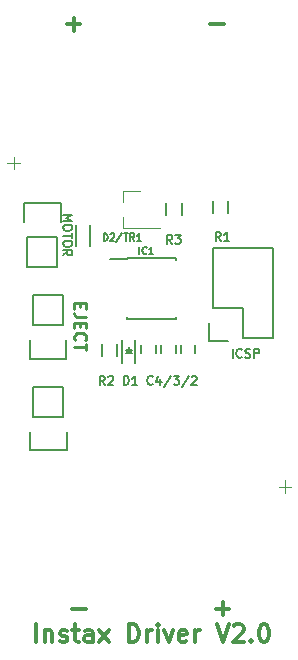
<source format=gbr>
G04 #@! TF.FileFunction,Legend,Top*
%FSLAX46Y46*%
G04 Gerber Fmt 4.6, Leading zero omitted, Abs format (unit mm)*
%MOMM*%
%LPD*%
G01*
G04 APERTURE LIST*
%ADD10C,0.100000*%
%ADD11C,0.187500*%
%ADD12C,0.250000*%
%ADD13C,0.150000*%
%ADD14C,0.375000*%
%ADD15C,0.120000*%
%ADD16C,0.015000*%
G04 APERTURE END LIST*
D10*
D11*
X141252874Y-88863691D02*
X142002874Y-88863691D01*
X141467160Y-89113691D01*
X142002874Y-89363691D01*
X141252874Y-89363691D01*
X142002874Y-89863692D02*
X142002874Y-90006549D01*
X141967160Y-90077977D01*
X141895731Y-90149406D01*
X141752874Y-90185120D01*
X141502874Y-90185120D01*
X141360017Y-90149406D01*
X141288589Y-90077977D01*
X141252874Y-90006549D01*
X141252874Y-89863692D01*
X141288589Y-89792263D01*
X141360017Y-89720834D01*
X141502874Y-89685120D01*
X141752874Y-89685120D01*
X141895731Y-89720834D01*
X141967160Y-89792263D01*
X142002874Y-89863692D01*
X142002874Y-90399406D02*
X142002874Y-90827977D01*
X141252874Y-90613691D02*
X142002874Y-90613691D01*
X142002874Y-91220835D02*
X142002874Y-91363692D01*
X141967160Y-91435120D01*
X141895731Y-91506549D01*
X141752874Y-91542263D01*
X141502874Y-91542263D01*
X141360017Y-91506549D01*
X141288589Y-91435120D01*
X141252874Y-91363692D01*
X141252874Y-91220835D01*
X141288589Y-91149406D01*
X141360017Y-91077977D01*
X141502874Y-91042263D01*
X141752874Y-91042263D01*
X141895731Y-91077977D01*
X141967160Y-91149406D01*
X142002874Y-91220835D01*
X141252874Y-92292263D02*
X141610017Y-92042263D01*
X141252874Y-91863691D02*
X142002874Y-91863691D01*
X142002874Y-92149406D01*
X141967160Y-92220834D01*
X141931446Y-92256549D01*
X141860017Y-92292263D01*
X141752874Y-92292263D01*
X141681446Y-92256549D01*
X141645731Y-92220834D01*
X141610017Y-92149406D01*
X141610017Y-91863691D01*
D12*
X142720229Y-96320128D02*
X142720229Y-96653462D01*
X142196419Y-96796319D02*
X142196419Y-96320128D01*
X143196419Y-96320128D01*
X143196419Y-96796319D01*
X143196419Y-97510605D02*
X142482133Y-97510605D01*
X142339276Y-97462985D01*
X142244038Y-97367747D01*
X142196419Y-97224890D01*
X142196419Y-97129652D01*
X142720229Y-97986795D02*
X142720229Y-98320129D01*
X142196419Y-98462986D02*
X142196419Y-97986795D01*
X143196419Y-97986795D01*
X143196419Y-98462986D01*
X142291657Y-99462986D02*
X142244038Y-99415367D01*
X142196419Y-99272510D01*
X142196419Y-99177272D01*
X142244038Y-99034414D01*
X142339276Y-98939176D01*
X142434514Y-98891557D01*
X142624990Y-98843938D01*
X142767848Y-98843938D01*
X142958324Y-98891557D01*
X143053562Y-98939176D01*
X143148800Y-99034414D01*
X143196419Y-99177272D01*
X143196419Y-99272510D01*
X143148800Y-99415367D01*
X143101181Y-99462986D01*
X143196419Y-99748700D02*
X143196419Y-100320129D01*
X142196419Y-100034414D02*
X143196419Y-100034414D01*
D13*
X147689186Y-92170129D02*
X147689186Y-91570129D01*
X148317757Y-92112986D02*
X148289186Y-92141557D01*
X148203472Y-92170129D01*
X148146329Y-92170129D01*
X148060614Y-92141557D01*
X148003472Y-92084414D01*
X147974900Y-92027271D01*
X147946329Y-91912986D01*
X147946329Y-91827271D01*
X147974900Y-91712986D01*
X148003472Y-91655843D01*
X148060614Y-91598700D01*
X148146329Y-91570129D01*
X148203472Y-91570129D01*
X148289186Y-91598700D01*
X148317757Y-91627271D01*
X148889186Y-92170129D02*
X148546329Y-92170129D01*
X148717757Y-92170129D02*
X148717757Y-91570129D01*
X148660614Y-91655843D01*
X148603472Y-91712986D01*
X148546329Y-91741557D01*
X144679091Y-91034749D02*
X144679091Y-90434749D01*
X144821948Y-90434749D01*
X144907663Y-90463320D01*
X144964805Y-90520463D01*
X144993377Y-90577606D01*
X145021948Y-90691891D01*
X145021948Y-90777606D01*
X144993377Y-90891891D01*
X144964805Y-90949034D01*
X144907663Y-91006177D01*
X144821948Y-91034749D01*
X144679091Y-91034749D01*
X145250520Y-90491891D02*
X145279091Y-90463320D01*
X145336234Y-90434749D01*
X145479091Y-90434749D01*
X145536234Y-90463320D01*
X145564805Y-90491891D01*
X145593377Y-90549034D01*
X145593377Y-90606177D01*
X145564805Y-90691891D01*
X145221948Y-91034749D01*
X145593377Y-91034749D01*
X146279092Y-90406177D02*
X145764806Y-91177606D01*
X146393377Y-90434749D02*
X146736234Y-90434749D01*
X146564805Y-91034749D02*
X146564805Y-90434749D01*
X147279091Y-91034749D02*
X147079091Y-90749034D01*
X146936234Y-91034749D02*
X146936234Y-90434749D01*
X147164806Y-90434749D01*
X147221948Y-90463320D01*
X147250520Y-90491891D01*
X147279091Y-90549034D01*
X147279091Y-90634749D01*
X147250520Y-90691891D01*
X147221948Y-90720463D01*
X147164806Y-90749034D01*
X146936234Y-90749034D01*
X147850520Y-91034749D02*
X147507663Y-91034749D01*
X147679091Y-91034749D02*
X147679091Y-90434749D01*
X147621948Y-90520463D01*
X147564806Y-90577606D01*
X147507663Y-90606177D01*
D11*
X155600557Y-100950186D02*
X155600557Y-100200186D01*
X156386272Y-100878757D02*
X156350558Y-100914471D01*
X156243415Y-100950186D01*
X156171986Y-100950186D01*
X156064843Y-100914471D01*
X155993415Y-100843043D01*
X155957700Y-100771614D01*
X155921986Y-100628757D01*
X155921986Y-100521614D01*
X155957700Y-100378757D01*
X155993415Y-100307329D01*
X156064843Y-100235900D01*
X156171986Y-100200186D01*
X156243415Y-100200186D01*
X156350558Y-100235900D01*
X156386272Y-100271614D01*
X156671986Y-100914471D02*
X156779129Y-100950186D01*
X156957700Y-100950186D01*
X157029129Y-100914471D01*
X157064843Y-100878757D01*
X157100558Y-100807329D01*
X157100558Y-100735900D01*
X157064843Y-100664471D01*
X157029129Y-100628757D01*
X156957700Y-100593043D01*
X156814843Y-100557329D01*
X156743415Y-100521614D01*
X156707700Y-100485900D01*
X156671986Y-100414471D01*
X156671986Y-100343043D01*
X156707700Y-100271614D01*
X156743415Y-100235900D01*
X156814843Y-100200186D01*
X156993415Y-100200186D01*
X157100558Y-100235900D01*
X157421986Y-100950186D02*
X157421986Y-100200186D01*
X157707701Y-100200186D01*
X157779129Y-100235900D01*
X157814844Y-100271614D01*
X157850558Y-100343043D01*
X157850558Y-100450186D01*
X157814844Y-100521614D01*
X157779129Y-100557329D01*
X157707701Y-100593043D01*
X157421986Y-100593043D01*
X144784365Y-103248886D02*
X144534365Y-102891743D01*
X144355793Y-103248886D02*
X144355793Y-102498886D01*
X144641508Y-102498886D01*
X144712936Y-102534600D01*
X144748651Y-102570314D01*
X144784365Y-102641743D01*
X144784365Y-102748886D01*
X144748651Y-102820314D01*
X144712936Y-102856029D01*
X144641508Y-102891743D01*
X144355793Y-102891743D01*
X145070079Y-102570314D02*
X145105793Y-102534600D01*
X145177222Y-102498886D01*
X145355793Y-102498886D01*
X145427222Y-102534600D01*
X145462936Y-102570314D01*
X145498651Y-102641743D01*
X145498651Y-102713171D01*
X145462936Y-102820314D01*
X145034365Y-103248886D01*
X145498651Y-103248886D01*
X146391508Y-103248886D02*
X146391508Y-102498886D01*
X146570080Y-102498886D01*
X146677223Y-102534600D01*
X146748651Y-102606029D01*
X146784366Y-102677457D01*
X146820080Y-102820314D01*
X146820080Y-102927457D01*
X146784366Y-103070314D01*
X146748651Y-103141743D01*
X146677223Y-103213171D01*
X146570080Y-103248886D01*
X146391508Y-103248886D01*
X147534366Y-103248886D02*
X147105794Y-103248886D01*
X147320080Y-103248886D02*
X147320080Y-102498886D01*
X147248651Y-102606029D01*
X147177223Y-102677457D01*
X147105794Y-102713171D01*
X148855795Y-103177457D02*
X148820081Y-103213171D01*
X148712938Y-103248886D01*
X148641509Y-103248886D01*
X148534366Y-103213171D01*
X148462938Y-103141743D01*
X148427223Y-103070314D01*
X148391509Y-102927457D01*
X148391509Y-102820314D01*
X148427223Y-102677457D01*
X148462938Y-102606029D01*
X148534366Y-102534600D01*
X148641509Y-102498886D01*
X148712938Y-102498886D01*
X148820081Y-102534600D01*
X148855795Y-102570314D01*
X149498652Y-102748886D02*
X149498652Y-103248886D01*
X149320081Y-102463171D02*
X149141509Y-102998886D01*
X149605795Y-102998886D01*
X150427224Y-102463171D02*
X149784367Y-103427457D01*
X150605795Y-102498886D02*
X151070081Y-102498886D01*
X150820081Y-102784600D01*
X150927223Y-102784600D01*
X150998652Y-102820314D01*
X151034366Y-102856029D01*
X151070081Y-102927457D01*
X151070081Y-103106029D01*
X151034366Y-103177457D01*
X150998652Y-103213171D01*
X150927223Y-103248886D01*
X150712938Y-103248886D01*
X150641509Y-103213171D01*
X150605795Y-103177457D01*
X151927224Y-102463171D02*
X151284367Y-103427457D01*
X152141509Y-102570314D02*
X152177223Y-102534600D01*
X152248652Y-102498886D01*
X152427223Y-102498886D01*
X152498652Y-102534600D01*
X152534366Y-102570314D01*
X152570081Y-102641743D01*
X152570081Y-102713171D01*
X152534366Y-102820314D01*
X152105795Y-103248886D01*
X152570081Y-103248886D01*
D14*
X155321902Y-122195357D02*
X154179045Y-122195357D01*
X154750474Y-121623929D02*
X154750474Y-122766786D01*
X143179046Y-122195357D02*
X142036189Y-122195357D01*
X141565718Y-72722163D02*
X142708575Y-72722163D01*
X142137146Y-73293591D02*
X142137146Y-72150734D01*
X153708574Y-72722163D02*
X154851431Y-72722163D01*
X138974172Y-125025771D02*
X138974172Y-123525771D01*
X139688458Y-124025771D02*
X139688458Y-125025771D01*
X139688458Y-124168629D02*
X139759886Y-124097200D01*
X139902744Y-124025771D01*
X140117029Y-124025771D01*
X140259886Y-124097200D01*
X140331315Y-124240057D01*
X140331315Y-125025771D01*
X140974172Y-124954343D02*
X141117029Y-125025771D01*
X141402744Y-125025771D01*
X141545601Y-124954343D01*
X141617029Y-124811486D01*
X141617029Y-124740057D01*
X141545601Y-124597200D01*
X141402744Y-124525771D01*
X141188458Y-124525771D01*
X141045601Y-124454343D01*
X140974172Y-124311486D01*
X140974172Y-124240057D01*
X141045601Y-124097200D01*
X141188458Y-124025771D01*
X141402744Y-124025771D01*
X141545601Y-124097200D01*
X142045601Y-124025771D02*
X142617030Y-124025771D01*
X142259887Y-123525771D02*
X142259887Y-124811486D01*
X142331315Y-124954343D01*
X142474173Y-125025771D01*
X142617030Y-125025771D01*
X143759887Y-125025771D02*
X143759887Y-124240057D01*
X143688458Y-124097200D01*
X143545601Y-124025771D01*
X143259887Y-124025771D01*
X143117030Y-124097200D01*
X143759887Y-124954343D02*
X143617030Y-125025771D01*
X143259887Y-125025771D01*
X143117030Y-124954343D01*
X143045601Y-124811486D01*
X143045601Y-124668629D01*
X143117030Y-124525771D01*
X143259887Y-124454343D01*
X143617030Y-124454343D01*
X143759887Y-124382914D01*
X144331316Y-125025771D02*
X145117030Y-124025771D01*
X144331316Y-124025771D02*
X145117030Y-125025771D01*
X146831316Y-125025771D02*
X146831316Y-123525771D01*
X147188459Y-123525771D01*
X147402744Y-123597200D01*
X147545602Y-123740057D01*
X147617030Y-123882914D01*
X147688459Y-124168629D01*
X147688459Y-124382914D01*
X147617030Y-124668629D01*
X147545602Y-124811486D01*
X147402744Y-124954343D01*
X147188459Y-125025771D01*
X146831316Y-125025771D01*
X148331316Y-125025771D02*
X148331316Y-124025771D01*
X148331316Y-124311486D02*
X148402744Y-124168629D01*
X148474173Y-124097200D01*
X148617030Y-124025771D01*
X148759887Y-124025771D01*
X149259887Y-125025771D02*
X149259887Y-124025771D01*
X149259887Y-123525771D02*
X149188458Y-123597200D01*
X149259887Y-123668629D01*
X149331315Y-123597200D01*
X149259887Y-123525771D01*
X149259887Y-123668629D01*
X149831316Y-124025771D02*
X150188459Y-125025771D01*
X150545601Y-124025771D01*
X151688458Y-124954343D02*
X151545601Y-125025771D01*
X151259887Y-125025771D01*
X151117030Y-124954343D01*
X151045601Y-124811486D01*
X151045601Y-124240057D01*
X151117030Y-124097200D01*
X151259887Y-124025771D01*
X151545601Y-124025771D01*
X151688458Y-124097200D01*
X151759887Y-124240057D01*
X151759887Y-124382914D01*
X151045601Y-124525771D01*
X152402744Y-125025771D02*
X152402744Y-124025771D01*
X152402744Y-124311486D02*
X152474172Y-124168629D01*
X152545601Y-124097200D01*
X152688458Y-124025771D01*
X152831315Y-124025771D01*
X154259886Y-123525771D02*
X154759886Y-125025771D01*
X155259886Y-123525771D01*
X155688457Y-123668629D02*
X155759886Y-123597200D01*
X155902743Y-123525771D01*
X156259886Y-123525771D01*
X156402743Y-123597200D01*
X156474172Y-123668629D01*
X156545600Y-123811486D01*
X156545600Y-123954343D01*
X156474172Y-124168629D01*
X155617029Y-125025771D01*
X156545600Y-125025771D01*
X157188457Y-124882914D02*
X157259885Y-124954343D01*
X157188457Y-125025771D01*
X157117028Y-124954343D01*
X157188457Y-124882914D01*
X157188457Y-125025771D01*
X158188457Y-123525771D02*
X158331314Y-123525771D01*
X158474171Y-123597200D01*
X158545600Y-123668629D01*
X158617029Y-123811486D01*
X158688457Y-124097200D01*
X158688457Y-124454343D01*
X158617029Y-124740057D01*
X158545600Y-124882914D01*
X158474171Y-124954343D01*
X158331314Y-125025771D01*
X158188457Y-125025771D01*
X158045600Y-124954343D01*
X157974171Y-124882914D01*
X157902743Y-124740057D01*
X157831314Y-124454343D01*
X157831314Y-124097200D01*
X157902743Y-123811486D01*
X157974171Y-123668629D01*
X158045600Y-123597200D01*
X158188457Y-123525771D01*
D13*
X146636800Y-92511400D02*
X146636800Y-92561400D01*
X150786800Y-92511400D02*
X150786800Y-92656400D01*
X150786800Y-97661400D02*
X150786800Y-97516400D01*
X146636800Y-97661400D02*
X146636800Y-97516400D01*
X146636800Y-92511400D02*
X150786800Y-92511400D01*
X146636800Y-97661400D02*
X150786800Y-97661400D01*
X146636800Y-92561400D02*
X145236800Y-92561400D01*
X147359320Y-101360380D02*
X147359320Y-99460380D01*
X146259320Y-101360380D02*
X146259320Y-99460380D01*
X146809320Y-100460380D02*
X146809320Y-100010380D01*
X146559320Y-100510380D02*
X147059320Y-100510380D01*
X146809320Y-100510380D02*
X146559320Y-100260380D01*
X146559320Y-100260380D02*
X147059320Y-100260380D01*
X147059320Y-100260380D02*
X146809320Y-100510380D01*
X142302800Y-89707400D02*
X142302800Y-91507400D01*
X143502800Y-89707400D02*
X143502800Y-91507400D01*
X152418200Y-99844300D02*
X152418200Y-100544300D01*
X151218200Y-100544300D02*
X151218200Y-99844300D01*
X153901640Y-88679960D02*
X153901640Y-87679960D01*
X155251640Y-87679960D02*
X155251640Y-88679960D01*
X150779900Y-99852000D02*
X150779900Y-100552000D01*
X149579900Y-100552000D02*
X149579900Y-99852000D01*
D15*
X146284400Y-86826200D02*
X146284400Y-87756200D01*
X146284400Y-89986200D02*
X146284400Y-89056200D01*
X146284400Y-89986200D02*
X149444400Y-89986200D01*
X146284400Y-86826200D02*
X147744400Y-86826200D01*
D13*
X141531800Y-101030600D02*
X141531800Y-99480600D01*
X141251800Y-95670600D02*
X141251800Y-98210600D01*
X141251800Y-98210600D02*
X138711800Y-98210600D01*
X138431800Y-99480600D02*
X138431800Y-101030600D01*
X138431800Y-101030600D02*
X141531800Y-101030600D01*
X138711800Y-98210600D02*
X138711800Y-95670600D01*
X138711800Y-95670600D02*
X141251800Y-95670600D01*
X141544500Y-108777600D02*
X141544500Y-107227600D01*
X141264500Y-103417600D02*
X141264500Y-105957600D01*
X141264500Y-105957600D02*
X138724500Y-105957600D01*
X138444500Y-107227600D02*
X138444500Y-108777600D01*
X138444500Y-108777600D02*
X141544500Y-108777600D01*
X138724500Y-105957600D02*
X138724500Y-103417600D01*
X138724500Y-103417600D02*
X141264500Y-103417600D01*
X153913700Y-91632000D02*
X153913700Y-96712000D01*
X153633700Y-99532000D02*
X153633700Y-97982000D01*
X156453700Y-99252000D02*
X156453700Y-96712000D01*
X156453700Y-96712000D02*
X153913700Y-96712000D01*
X153913700Y-91632000D02*
X158993700Y-91632000D01*
X158993700Y-91632000D02*
X158993700Y-96712000D01*
X153633700Y-99532000D02*
X155183700Y-99532000D01*
X158993700Y-99252000D02*
X156453700Y-99252000D01*
X158993700Y-96712000D02*
X158993700Y-99252000D01*
X145853640Y-99795760D02*
X145853640Y-100795760D01*
X144503640Y-100795760D02*
X144503640Y-99795760D01*
X149078100Y-99869700D02*
X149078100Y-100569700D01*
X147878100Y-100569700D02*
X147878100Y-99869700D01*
X151309560Y-87888240D02*
X151309560Y-88888240D01*
X149959560Y-88888240D02*
X149959560Y-87888240D01*
X137939040Y-87887440D02*
X137939040Y-89437440D01*
X138219040Y-93247440D02*
X138219040Y-90707440D01*
X138219040Y-90707440D02*
X140759040Y-90707440D01*
X141039040Y-89437440D02*
X141039040Y-87887440D01*
X141039040Y-87887440D02*
X137939040Y-87887440D01*
X140759040Y-90707440D02*
X140759040Y-93247440D01*
X140759040Y-93247440D02*
X138219040Y-93247440D01*
D16*
X136519867Y-84477000D02*
X137586534Y-84477000D01*
X137053201Y-85010333D02*
X137053201Y-83943667D01*
X136519867Y-84477000D02*
X137586534Y-84477000D01*
X137053201Y-85010333D02*
X137053201Y-83943667D01*
X136519867Y-84477000D02*
X137586534Y-84477000D01*
X137053201Y-85010333D02*
X137053201Y-83943667D01*
X136519867Y-84477000D02*
X137586534Y-84477000D01*
X137053201Y-85010333D02*
X137053201Y-83943667D01*
D13*
X154604040Y-91061966D02*
X154354040Y-90704823D01*
X154175468Y-91061966D02*
X154175468Y-90311966D01*
X154461183Y-90311966D01*
X154532611Y-90347680D01*
X154568326Y-90383394D01*
X154604040Y-90454823D01*
X154604040Y-90561966D01*
X154568326Y-90633394D01*
X154532611Y-90669109D01*
X154461183Y-90704823D01*
X154175468Y-90704823D01*
X155318326Y-91061966D02*
X154889754Y-91061966D01*
X155104040Y-91061966D02*
X155104040Y-90311966D01*
X155032611Y-90419109D01*
X154961183Y-90490537D01*
X154889754Y-90526251D01*
D16*
X159519867Y-111856000D02*
X160586534Y-111856000D01*
X160053201Y-112389333D02*
X160053201Y-111322667D01*
X159519867Y-111856000D02*
X160586534Y-111856000D01*
X160053201Y-112389333D02*
X160053201Y-111322667D01*
X159519867Y-111856000D02*
X160586534Y-111856000D01*
X160053201Y-112389333D02*
X160053201Y-111322667D01*
X159519867Y-111856000D02*
X160586534Y-111856000D01*
X160053201Y-112389333D02*
X160053201Y-111322667D01*
D13*
X150484160Y-91315966D02*
X150234160Y-90958823D01*
X150055588Y-91315966D02*
X150055588Y-90565966D01*
X150341303Y-90565966D01*
X150412731Y-90601680D01*
X150448446Y-90637394D01*
X150484160Y-90708823D01*
X150484160Y-90815966D01*
X150448446Y-90887394D01*
X150412731Y-90923109D01*
X150341303Y-90958823D01*
X150055588Y-90958823D01*
X150734160Y-90565966D02*
X151198446Y-90565966D01*
X150948446Y-90851680D01*
X151055588Y-90851680D01*
X151127017Y-90887394D01*
X151162731Y-90923109D01*
X151198446Y-90994537D01*
X151198446Y-91173109D01*
X151162731Y-91244537D01*
X151127017Y-91280251D01*
X151055588Y-91315966D01*
X150841303Y-91315966D01*
X150769874Y-91280251D01*
X150734160Y-91244537D01*
M02*

</source>
